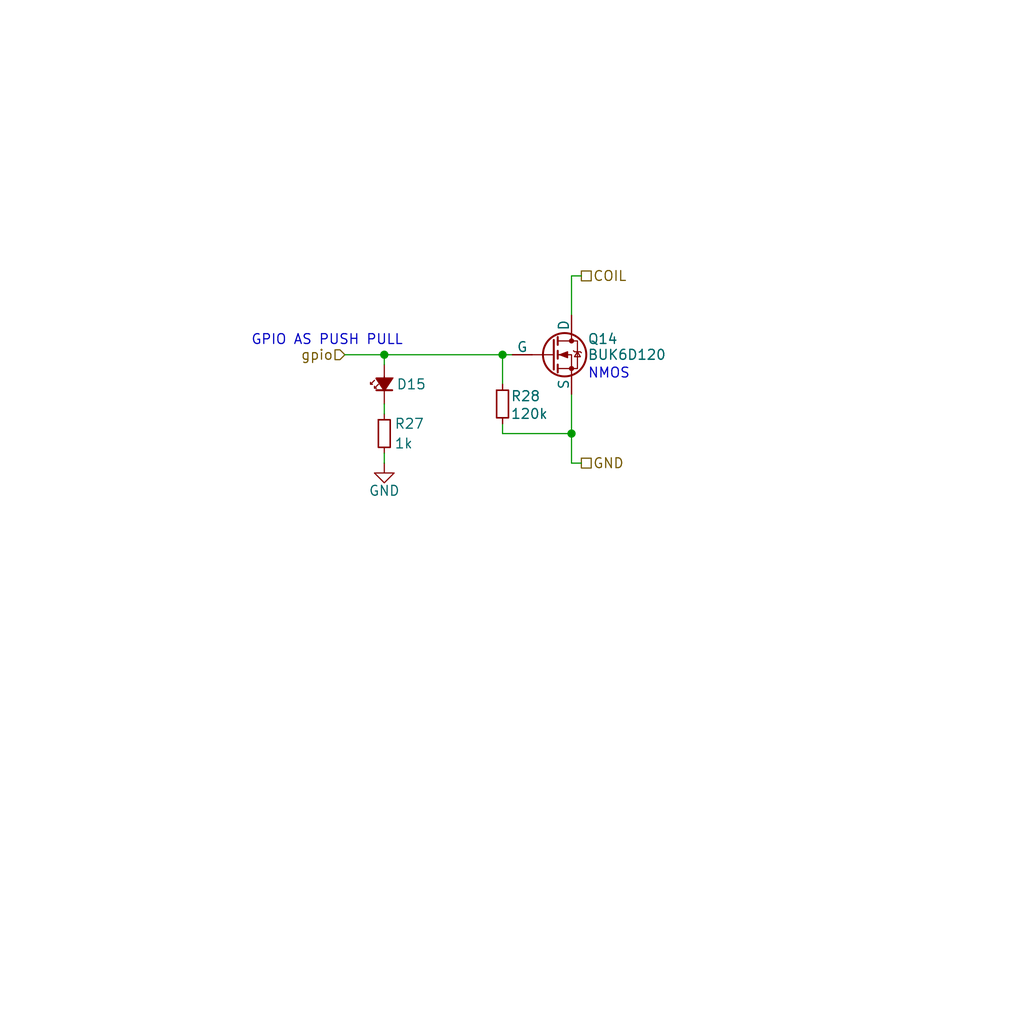
<source format=kicad_sch>
(kicad_sch (version 20231120) (generator "eeschema") (generator_version "8.0")
  (paper "User" 132 132)
  (title_block (title "Coil driver FET") (date "2024-07-28") (rev "0.1") (comment 1 "Jonas Stirnemann"))
  (lib_symbols
    (symbol "Device:LED_Small_Filled" (pin_numbers hide) (pin_names (offset 0.254) hide)
      (property "Reference" "D" (at -1.27 3.175 0))
      (property "Value" "LED_Small_Filled" (at -4.445 -2.54 0))
      (symbol "LED_Small_Filled_0_1"
        (polyline (pts (xy -0.762 -1.016) (xy -0.762 1.016)) (stroke (width 0.254)))
        (polyline (pts (xy 1.016 0) (xy -0.762 0)))
        (polyline (pts (xy 0.762 -1.016) (xy -0.762 0) (xy 0.762 1.016) (xy 0.762 -1.016)) (stroke (width 0.254)) (fill (type outline)))
        (polyline (pts (xy 0 0.762) (xy -0.508 1.27) (xy -0.254 1.27) (xy -0.508 1.27) (xy -0.508 1.016)))
        (polyline (pts (xy 0.508 1.27) (xy 0 1.778) (xy 0.254 1.778) (xy 0 1.778) (xy 0 1.524)))
      )
      (symbol "LED_Small_Filled_1_1"
        (pin passive line (at -2.54 0 0) (length 1.778) (name "K") (number "1"))
        (pin passive line (at 2.54 0 180) (length 1.778) (name "A") (number "2"))
      )
    )
    (symbol "Device:R_Small" (pin_numbers hide) (pin_names (offset 0.254) hide)
      (property "Reference" "R" (at 0.762 0.508 0))
      (property "Value" "R_Small" (at 0.762 -1.016 0))
      (symbol "R_Small_0_1"
        (rectangle (start -0.762 1.778) (end 0.762 -1.778) (stroke (width 0.2032)))
      )
      (symbol "R_Small_1_1"
        (pin passive line (at 0 2.54 270) (length 0.762) (name "~") (number "1"))
        (pin passive line (at 0 -2.54 90) (length 0.762) (name "~") (number "2"))
      )
    )
    (symbol "Simulation_SPICE:NMOS" (pin_numbers hide) (pin_names (offset 0))
      (property "Reference" "Q1" (at 4.572 2.032 0))
      (property "Value" "BUK6D120" (at 4.572 0 0))
      (symbol "NMOS_0_1"
        (polyline (pts (xy 0.254 0) (xy -2.54 0)))
        (polyline (pts (xy 0.254 1.905) (xy 0.254 -1.905)) (stroke (width 0.254)))
        (polyline (pts (xy 0.762 -1.27) (xy 0.762 -2.286)) (stroke (width 0.254)))
        (polyline (pts (xy 0.762 0.508) (xy 0.762 -0.508)) (stroke (width 0.254)))
        (polyline (pts (xy 0.762 2.286) (xy 0.762 1.27)) (stroke (width 0.254)))
        (polyline (pts (xy 2.54 2.54) (xy 2.54 1.778)))
        (polyline (pts (xy 2.54 -2.54) (xy 2.54 0) (xy 0.762 0)))
        (polyline (pts (xy 0.762 -1.778) (xy 3.302 -1.778) (xy 3.302 1.778) (xy 0.762 1.778)))
        (polyline (pts (xy 1.016 0) (xy 2.032 0.381) (xy 2.032 -0.381) (xy 1.016 0)) (fill (type outline)))
        (polyline (pts (xy 2.794 0.508) (xy 2.921 0.381) (xy 3.683 0.381) (xy 3.81 0.254)))
        (polyline (pts (xy 3.302 0.381) (xy 2.921 -0.254) (xy 3.683 -0.254) (xy 3.302 0.381)))
        (circle (center 1.651 0) (radius 2.794) (stroke (width 0.254)))
        (circle (center 2.54 -1.778) (radius 0.254) (fill (type outline)))
        (circle (center 2.54 1.778) (radius 0.254) (fill (type outline)))
      )
      (symbol "NMOS_1_1"
        (pin passive line (at 2.54 5.08 270) (length 2.54) (name "D") (number "1"))
        (pin passive line (at 2.54 5.08 270) (length 2.54) hide (name "D") (number "2"))
        (pin input line (at -5.08 0 0) (length 2.54) (name "G") (number "3"))
        (pin passive line (at 2.54 -5.08 90) (length 2.54) (name "S") (number "4"))
        (pin passive line (at 2.54 5.08 270) (length 2.54) hide (name "D") (number "5"))
        (pin passive line (at 2.54 5.08 270) (length 2.54) hide (name "D") (number "6"))
        (pin passive line (at 2.54 5.08 270) (length 2.54) hide (name "D") (number "7"))
        (pin passive line (at 2.54 -5.08 90) (length 2.54) hide (name "S") (number "8"))
      )
    )
    (symbol "power:GND" (power) (pin_numbers hide) (pin_names (offset 0) hide)
      (property "Value" "GND" (at 0 -3.81 0))
      (symbol "GND_0_1"
        (polyline (pts (xy 0 0) (xy 0 -1.27) (xy 1.27 -1.27) (xy 0 -2.54) (xy -1.27 -1.27) (xy 0 -1.27)))
      )
      (symbol "GND_1_1"
        (pin power_in line (at 0 0 270) (length 0) (name "~") (number "1"))
      )
    )
  )
  (junction (at 64.77 45.72))
  (junction (at 73.66 55.88))
  (junction (at 49.53 45.72))
  (wire (pts (xy 49.53 52.07) (xy 49.53 53.34)))
  (wire (pts (xy 49.53 45.72) (xy 49.53 46.99)))
  (wire (pts (xy 73.66 55.88) (xy 73.66 59.69)))
  (wire (pts (xy 73.66 59.69) (xy 74.93 59.69)))
  (wire (pts (xy 73.66 35.56) (xy 74.93 35.56)))
  (wire (pts (xy 49.53 45.72) (xy 64.77 45.72)))
  (wire (pts (xy 64.77 45.72) (xy 66.04 45.72)))
  (wire (pts (xy 49.53 58.42) (xy 49.53 59.69)))
  (wire (pts (xy 64.77 55.88) (xy 73.66 55.88)))
  (wire (pts (xy 73.66 50.8) (xy 73.66 55.88)))
  (wire (pts (xy 73.66 35.56) (xy 73.66 40.64)))
  (wire (pts (xy 64.77 54.61) (xy 64.77 55.88)))
  (wire (pts (xy 44.45 45.72) (xy 49.53 45.72)))
  (wire (pts (xy 64.77 45.72) (xy 64.77 49.53)))
  (text "NMOS" (at 78.486 48.26 0) (effects (font (size 1.27 1.27))))
  (text "GPIO AS PUSH PULL" (at 42.164 43.942 0) (effects (font (size 1.27 1.27))))
  (hierarchical_label "gpio" (shape input) (at 44.45 45.72 180))
  (hierarchical_label "COIL" (shape passive) (at 74.93 35.56 0))
  (hierarchical_label "GND" (shape passive) (at 74.93 59.69 0))
  (symbol (lib_id "Device:R_Small") (at 64.77 52.07 0) (unit 1)
    (property "Reference" "R4" (at 65.786 51.054 0) (effects (justify left)))
    (property "Value" "120k" (at 65.786 53.34 0) (effects (justify left)))
    (property "Footprint" "Resistor_SMD:R_1206_3216Metric" (effects (hide yes)))
    (property "Description" "Resistor, small symbol" (effects (hide yes)))
    (property "MFR" "RCV1206120KFKEA " (effects (hide yes)))
    (property "MOUSER" " 71-RCV1206120KFKEA " (effects (hide yes)))
    (instances (project "magtrix" (path "" (reference "R28") (unit 1)) (path "" (reference "R22") (unit 1)) (path "" (reference "R20") (unit 1)) (path "" (reference "R8") (unit 1)) (path "" (reference "R16") (unit 1)) (path "" (reference "R2") (unit 1)) (path "" (reference "R10") (unit 1)) (path "" (reference "R26") (unit 1)) (path "" (reference "R14") (unit 1)) (path "" (reference "R32") (unit 1)) (path "" (reference "R6") (unit 1)) (path "" (reference "R4") (unit 1)) (path "" (reference "R18") (unit 1)) (path "" (reference "R30") (unit 1)) (path "" (reference "R24") (unit 1)) (path "" (reference "R12") (unit 1))))
  )
  (symbol (lib_id "Device:LED_Small_Filled") (at 49.53 49.53 90) (unit 1)
    (property "Reference" "D3" (at 51.054 49.53 90) (effects (justify right)))
    (property "Value" "LED_Small_Filled" (effects (hide yes)))
    (property "Footprint" "LED_SMD:LED_1206_3216Metric" (effects (hide yes)))
    (property "Description" "Light emitting diode, small symbol, filled shape" (effects (hide yes)))
    (property "MOUSER" " 645-599-0210-007F " (effects (hide yes)))
    (property "MFR" "599-0210-007F" (effects (hide yes)))
    (instances (project "magtrix" (path "" (reference "D15") (unit 1)) (path "" (reference "D12") (unit 1)) (path "" (reference "D11") (unit 1)) (path "" (reference "D5") (unit 1)) (path "" (reference "D9") (unit 1)) (path "" (reference "D1") (unit 1)) (path "" (reference "D6") (unit 1)) (path "" (reference "D14") (unit 1)) (path "" (reference "D8") (unit 1)) (path "" (reference "D17") (unit 1)) (path "" (reference "D4") (unit 1)) (path "" (reference "D3") (unit 1)) (path "" (reference "D10") (unit 1)) (path "" (reference "D16") (unit 1)) (path "" (reference "D13") (unit 1)) (path "" (reference "D7") (unit 1))))
  )
  (symbol (lib_id "Simulation_SPICE:NMOS") (at 71.12 45.72 0) (unit 1)
    (property "Reference" "Q2" (at 75.692 43.688 0) (effects (justify left)))
    (property "Value" "BUK6D120" (at 75.692 45.72 0) (effects (justify left)))
    (property "Footprint" "TRANSISTOR:TRANS_BUK9D23-40EX_3Dadded" (effects (hide yes)))
    (property "Datasheet" "https://www.lcsc.com/datasheet/lcsc_datasheet_2305191651_MDD-Microdiode-Electronics-MDD50N03D_C5357578.pdf" (effects (hide yes)))
    (property "MOUSER" " 771-BUK6D120-40EX " (effects (hide yes)))
    (property "MFR" " BUK6D120-40EX " (effects (hide yes)))
    (instances (project "magtrix" (path "" (reference "Q14") (unit 1)) (path "" (reference "Q11") (unit 1)) (path "" (reference "Q10") (unit 1)) (path "" (reference "Q4") (unit 1)) (path "" (reference "Q8") (unit 1)) (path "" (reference "Q1") (unit 1)) (path "" (reference "Q5") (unit 1)) (path "" (reference "Q13") (unit 1)) (path "" (reference "Q7") (unit 1)) (path "" (reference "Q16") (unit 1)) (path "" (reference "Q3") (unit 1)) (path "" (reference "Q2") (unit 1)) (path "" (reference "Q9") (unit 1)) (path "" (reference "Q15") (unit 1)) (path "" (reference "Q12") (unit 1)) (path "" (reference "Q6") (unit 1))))
  )
  (symbol (lib_id "Device:R_Small") (at 49.53 55.88 0) (unit 1)
    (property "Reference" "R3" (at 50.8 54.61 0) (effects (justify left)))
    (property "Value" "1k" (at 50.8 57.15 0) (effects (justify left)))
    (property "Footprint" "Resistor_SMD:R_1206_3216Metric" (effects (hide yes)))
    (property "Description" "Resistor, small symbol" (effects (hide yes)))
    (property "MFR" " ERJ-S08F1001V " (effects (hide yes)))
    (property "MOUSER" " 667-ERJ-S08F1001V " (effects (hide yes)))
    (instances (project "magtrix" (path "" (reference "R27") (unit 1)) (path "" (reference "R21") (unit 1)) (path "" (reference "R19") (unit 1)) (path "" (reference "R7") (unit 1)) (path "" (reference "R15") (unit 1)) (path "" (reference "R1") (unit 1)) (path "" (reference "R9") (unit 1)) (path "" (reference "R25") (unit 1)) (path "" (reference "R13") (unit 1)) (path "" (reference "R31") (unit 1)) (path "" (reference "R5") (unit 1)) (path "" (reference "R3") (unit 1)) (path "" (reference "R17") (unit 1)) (path "" (reference "R29") (unit 1)) (path "" (reference "R23") (unit 1)) (path "" (reference "R11") (unit 1))))
  )
  (symbol (lib_id "power:GND") (at 49.53 59.69 0) (unit 1)
    (property "Reference" "#PWR08" (effects (hide yes)))
    (property "Value" "GND" (at 49.53 63.246 0))
    (property "Description" "Power symbol creates a global label with name \"GND\" , ground" (effects (hide yes)))
    (instances (project "magtrix" (path "" (reference "#PWR032") (unit 1)) (path "" (reference "#PWR029") (unit 1)) (path "" (reference "#PWR028") (unit 1)) (path "" (reference "#PWR010") (unit 1)) (path "" (reference "#PWR018") (unit 1)) (path "" (reference "#PWR04") (unit 1)) (path "" (reference "#PWR012") (unit 1)) (path "" (reference "#PWR031") (unit 1)) (path "" (reference "#PWR016") (unit 1)) (path "" (reference "#PWR034") (unit 1)) (path "" (reference "#PWR07") (unit 1)) (path "" (reference "#PWR08") (unit 1)) (path "" (reference "#PWR027") (unit 1)) (path "" (reference "#PWR033") (unit 1)) (path "" (reference "#PWR030") (unit 1)) (path "" (reference "#PWR014") (unit 1))))
  )
)
</source>
